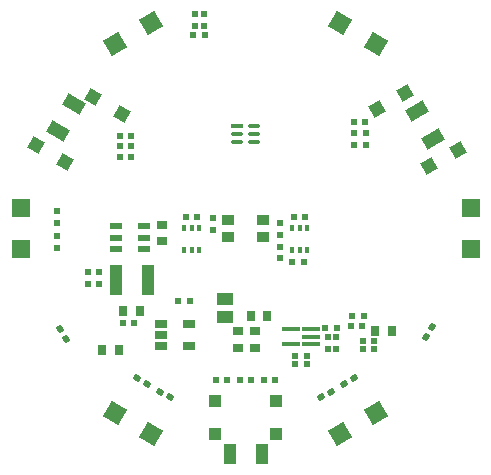
<source format=gtp>
G04 Layer_Color=8421504*
%FSLAX25Y25*%
%MOIN*%
G70*
G01*
G75*
%ADD10O,0.03937X0.01575*%
%ADD11R,0.03937X0.01575*%
%ADD12P,0.08352X4X165.0*%
%ADD13R,0.05906X0.05906*%
%ADD14P,0.08352X4X285.0*%
%ADD16R,0.05906X0.01772*%
%ADD17R,0.01575X0.01969*%
%ADD18R,0.04331X0.03543*%
%ADD19R,0.04331X0.02559*%
%ADD20P,0.06125X4X75.0*%
%ADD21P,0.06125X4X195.0*%
%ADD22R,0.04331X0.04331*%
%ADD23R,0.05512X0.04331*%
%ADD24R,0.04331X0.10236*%
%ADD25R,0.02362X0.01969*%
%ADD26R,0.01969X0.02362*%
G04:AMPARAMS|DCode=27|XSize=19.69mil|YSize=23.62mil|CornerRadius=0mil|HoleSize=0mil|Usage=FLASHONLY|Rotation=210.000|XOffset=0mil|YOffset=0mil|HoleType=Round|Shape=Rectangle|*
%AMROTATEDRECTD27*
4,1,4,0.00262,0.01515,0.01443,-0.00531,-0.00262,-0.01515,-0.01443,0.00531,0.00262,0.01515,0.0*
%
%ADD27ROTATEDRECTD27*%

G04:AMPARAMS|DCode=28|XSize=19.69mil|YSize=23.62mil|CornerRadius=0mil|HoleSize=0mil|Usage=FLASHONLY|Rotation=330.000|XOffset=0mil|YOffset=0mil|HoleType=Round|Shape=Rectangle|*
%AMROTATEDRECTD28*
4,1,4,-0.01443,-0.00531,-0.00262,0.01515,0.01443,0.00531,0.00262,-0.01515,-0.01443,-0.00531,0.0*
%
%ADD28ROTATEDRECTD28*%

G04:AMPARAMS|DCode=29|XSize=19.69mil|YSize=23.62mil|CornerRadius=0mil|HoleSize=0mil|Usage=FLASHONLY|Rotation=60.000|XOffset=0mil|YOffset=0mil|HoleType=Round|Shape=Rectangle|*
%AMROTATEDRECTD29*
4,1,4,0.00531,-0.01443,-0.01515,-0.00262,-0.00531,0.01443,0.01515,0.00262,0.00531,-0.01443,0.0*
%
%ADD29ROTATEDRECTD29*%

G04:AMPARAMS|DCode=30|XSize=19.69mil|YSize=23.62mil|CornerRadius=0mil|HoleSize=0mil|Usage=FLASHONLY|Rotation=120.000|XOffset=0mil|YOffset=0mil|HoleType=Round|Shape=Rectangle|*
%AMROTATEDRECTD30*
4,1,4,0.01515,-0.00262,-0.00531,-0.01443,-0.01515,0.00262,0.00531,0.01443,0.01515,-0.00262,0.0*
%
%ADD30ROTATEDRECTD30*%

%ADD31R,0.03150X0.03543*%
G04:AMPARAMS|DCode=32|XSize=66.93mil|YSize=43.31mil|CornerRadius=0mil|HoleSize=0mil|Usage=FLASHONLY|Rotation=330.000|XOffset=0mil|YOffset=0mil|HoleType=Round|Shape=Rectangle|*
%AMROTATEDRECTD32*
4,1,4,-0.03981,-0.00202,-0.01815,0.03549,0.03981,0.00202,0.01815,-0.03549,-0.03981,-0.00202,0.0*
%
%ADD32ROTATEDRECTD32*%

%ADD33R,0.04331X0.06693*%
G04:AMPARAMS|DCode=34|XSize=66.93mil|YSize=43.31mil|CornerRadius=0mil|HoleSize=0mil|Usage=FLASHONLY|Rotation=30.000|XOffset=0mil|YOffset=0mil|HoleType=Round|Shape=Rectangle|*
%AMROTATEDRECTD34*
4,1,4,-0.01815,-0.03549,-0.03981,0.00202,0.01815,0.03549,0.03981,-0.00202,-0.01815,-0.03549,0.0*
%
%ADD34ROTATEDRECTD34*%

%ADD35R,0.03543X0.03150*%
%ADD36R,0.04331X0.02362*%
D10*
X85453Y111441D02*
D03*
Y114000D02*
D03*
Y116559D02*
D03*
X79547Y111441D02*
D03*
Y114000D02*
D03*
D11*
Y116559D02*
D03*
D12*
X39033Y144008D02*
D03*
X50967Y150897D02*
D03*
X125967Y20993D02*
D03*
X114033Y14103D02*
D03*
D13*
X7500Y75611D02*
D03*
Y89390D02*
D03*
X157500Y89389D02*
D03*
Y75610D02*
D03*
D14*
X50966Y14103D02*
D03*
X39033Y20993D02*
D03*
X114034Y150897D02*
D03*
X125967Y144007D02*
D03*
D16*
X97654Y49059D02*
D03*
Y43941D02*
D03*
X104347Y49059D02*
D03*
Y46500D02*
D03*
Y43941D02*
D03*
D17*
X67059Y75260D02*
D03*
X64500D02*
D03*
X61941D02*
D03*
Y82740D02*
D03*
X64500D02*
D03*
X67059D02*
D03*
X103059Y75260D02*
D03*
X100500D02*
D03*
X97941D02*
D03*
Y82740D02*
D03*
X100500D02*
D03*
X103059D02*
D03*
D18*
X76575Y85453D02*
D03*
Y79547D02*
D03*
X88425Y85453D02*
D03*
Y79547D02*
D03*
D19*
X54276Y50740D02*
D03*
Y47000D02*
D03*
Y43260D02*
D03*
X63724D02*
D03*
Y50740D02*
D03*
D20*
X135773Y127756D02*
D03*
X126227Y122244D02*
D03*
X143727Y103244D02*
D03*
X153273Y108756D02*
D03*
D21*
X31727Y126256D02*
D03*
X41273Y120744D02*
D03*
X22273Y104744D02*
D03*
X12727Y110256D02*
D03*
D22*
X72402Y13988D02*
D03*
Y25012D02*
D03*
X92500D02*
D03*
Y13988D02*
D03*
D23*
X75500Y53047D02*
D03*
Y58953D02*
D03*
D24*
X39185Y65500D02*
D03*
X49815D02*
D03*
D25*
X122468Y118000D02*
D03*
X118532D02*
D03*
X98532Y86500D02*
D03*
X102469D02*
D03*
X98032Y71500D02*
D03*
X101969D02*
D03*
X62532Y86500D02*
D03*
X66469D02*
D03*
X44469Y106500D02*
D03*
X40532D02*
D03*
X44469Y110000D02*
D03*
X40532D02*
D03*
X44469Y113500D02*
D03*
X40532D02*
D03*
X72531Y32000D02*
D03*
X76468D02*
D03*
X92469D02*
D03*
X88532D02*
D03*
X80532D02*
D03*
X84469D02*
D03*
X63968Y58500D02*
D03*
X60031D02*
D03*
X45469Y51000D02*
D03*
X41532D02*
D03*
X121968Y53500D02*
D03*
X118032D02*
D03*
X102969Y37500D02*
D03*
X99032D02*
D03*
X117513Y50013D02*
D03*
X121450D02*
D03*
X121531Y45000D02*
D03*
X125469D02*
D03*
X121531Y42500D02*
D03*
X125469D02*
D03*
X99032Y40000D02*
D03*
X102969D02*
D03*
X112969Y49430D02*
D03*
X109031D02*
D03*
X68968Y147000D02*
D03*
X65031D02*
D03*
D26*
X118500Y114469D02*
D03*
Y110531D02*
D03*
X122500Y114469D02*
D03*
Y110531D02*
D03*
X94000Y84469D02*
D03*
Y80532D02*
D03*
X71500Y82032D02*
D03*
Y85969D02*
D03*
X19500Y79969D02*
D03*
Y76032D02*
D03*
X33500Y67968D02*
D03*
Y64031D02*
D03*
X30000Y67968D02*
D03*
Y64031D02*
D03*
X19500Y84531D02*
D03*
Y88468D02*
D03*
X94000Y76500D02*
D03*
Y72563D02*
D03*
X110000Y42531D02*
D03*
Y46468D02*
D03*
X112500Y42531D02*
D03*
Y46468D02*
D03*
X65500Y150031D02*
D03*
Y153969D02*
D03*
X68500D02*
D03*
Y150031D02*
D03*
D27*
X22484Y45795D02*
D03*
X20516Y49205D02*
D03*
D28*
X142516Y46295D02*
D03*
X144484Y49705D02*
D03*
D29*
X57477Y26222D02*
D03*
X54067Y28190D02*
D03*
X46274Y32690D02*
D03*
X49684Y30722D02*
D03*
D30*
X115317Y30722D02*
D03*
X118727Y32690D02*
D03*
X110933Y28190D02*
D03*
X107523Y26222D02*
D03*
D31*
X131256Y48500D02*
D03*
X125744D02*
D03*
X34744Y42000D02*
D03*
X40256D02*
D03*
X84244Y53500D02*
D03*
X89756D02*
D03*
X47256Y55000D02*
D03*
X41744D02*
D03*
D32*
X19842Y114897D02*
D03*
X25157Y124103D02*
D03*
D33*
X87815Y7500D02*
D03*
X77185D02*
D03*
D34*
X144824Y112346D02*
D03*
X139509Y121552D02*
D03*
D35*
X80000Y42744D02*
D03*
Y48256D02*
D03*
X54500Y83756D02*
D03*
Y78244D02*
D03*
X85500Y48256D02*
D03*
Y42744D02*
D03*
D36*
X39276Y75760D02*
D03*
Y79500D02*
D03*
Y83240D02*
D03*
X48724D02*
D03*
Y79500D02*
D03*
Y75760D02*
D03*
M02*

</source>
